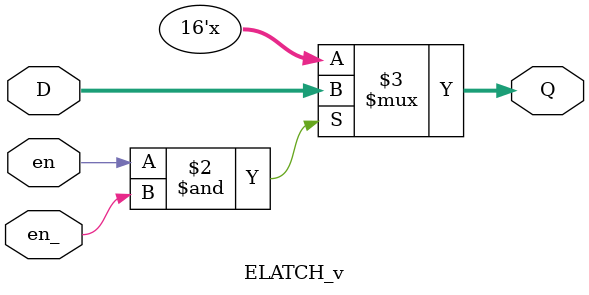
<source format=v>
module ELATCH_v (input en,
					 input en_,
					 input [15:0] D,
					 output reg [15:0] Q);
	//reg [15:0] temp;
	always@(en or en_ or D) begin
		if(en & en_)
			Q <= D;
	end
endmodule
</source>
